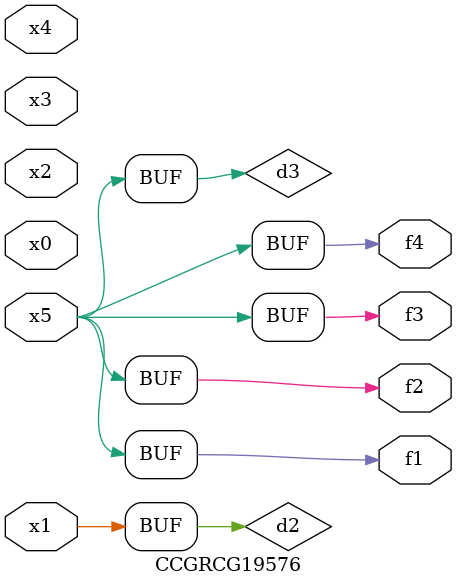
<source format=v>
module CCGRCG19576(
	input x0, x1, x2, x3, x4, x5,
	output f1, f2, f3, f4
);

	wire d1, d2, d3;

	not (d1, x5);
	or (d2, x1);
	xnor (d3, d1);
	assign f1 = d3;
	assign f2 = d3;
	assign f3 = d3;
	assign f4 = d3;
endmodule

</source>
